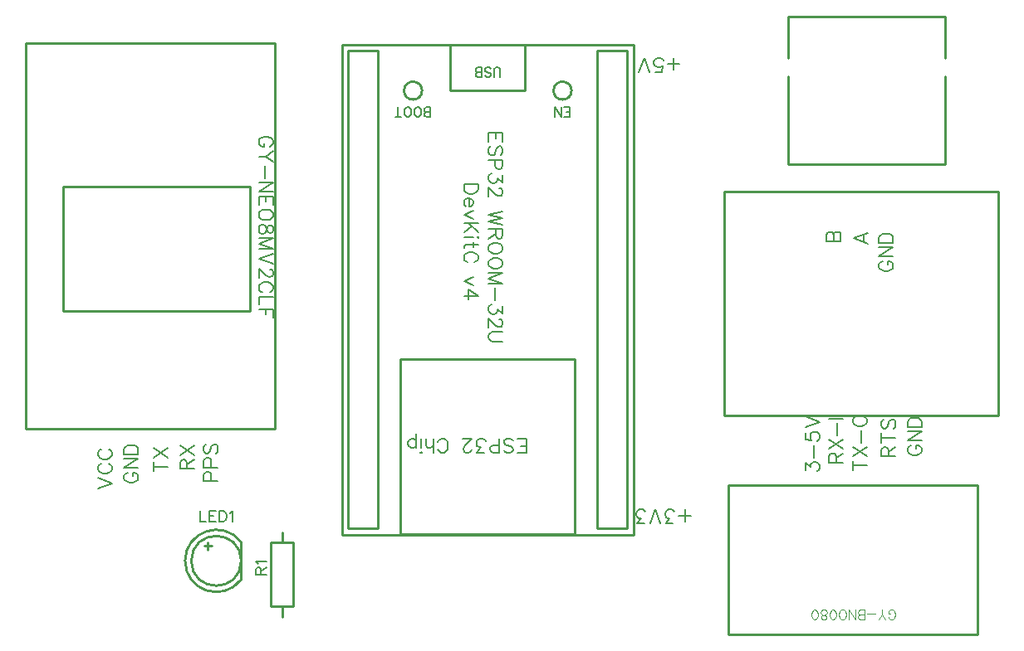
<source format=gto>
G04 Layer: TopSilkscreenLayer*
G04 EasyEDA v6.5.51, 2025-09-06 07:05:30*
G04 62973c2a91a8465ca14b7521446b148e,ed13e26d4d8d426092ec29dadd734ac4,10*
G04 Gerber Generator version 0.2*
G04 Scale: 100 percent, Rotated: No, Reflected: No *
G04 Dimensions in millimeters *
G04 leading zeros omitted , absolute positions ,4 integer and 5 decimal *
%FSLAX45Y45*%
%MOMM*%

%ADD10C,0.2030*%
%ADD11C,0.1524*%
%ADD12C,0.2032*%
%ADD13C,0.1000*%
%ADD14C,0.2540*%
%ADD15C,0.0167*%

%LPD*%
D10*
X12308331Y-1946910D02*
G01*
X12308331Y-1824228D01*
X12369800Y-1885695D02*
G01*
X12247118Y-1885695D01*
X12188443Y-1967484D02*
G01*
X12113513Y-1967484D01*
X12154408Y-1912873D01*
X12133834Y-1912873D01*
X12120372Y-1906015D01*
X12113513Y-1899157D01*
X12106656Y-1878837D01*
X12106656Y-1865121D01*
X12113513Y-1844802D01*
X12126975Y-1831086D01*
X12147550Y-1824228D01*
X12167870Y-1824228D01*
X12188443Y-1831086D01*
X12195302Y-1837944D01*
X12202159Y-1851660D01*
X12061697Y-1967484D02*
G01*
X12007088Y-1824228D01*
X11952477Y-1967484D02*
G01*
X12007088Y-1824228D01*
X11893804Y-1967484D02*
G01*
X11818874Y-1967484D01*
X11859768Y-1912873D01*
X11839447Y-1912873D01*
X11825731Y-1906015D01*
X11818874Y-1899157D01*
X11812015Y-1878837D01*
X11812015Y-1865121D01*
X11818874Y-1844802D01*
X11832590Y-1831086D01*
X11852909Y-1824228D01*
X11873484Y-1824228D01*
X11893804Y-1831086D01*
X11900661Y-1837944D01*
X11907520Y-1851660D01*
X12194031Y2663189D02*
G01*
X12194031Y2785871D01*
X12255500Y2724404D02*
G01*
X12132818Y2724404D01*
X12006072Y2642615D02*
G01*
X12074143Y2642615D01*
X12081002Y2704084D01*
X12074143Y2697226D01*
X12053570Y2690368D01*
X12033250Y2690368D01*
X12012675Y2697226D01*
X11999213Y2710942D01*
X11992356Y2731262D01*
X11992356Y2744978D01*
X11999213Y2765297D01*
X12012675Y2779013D01*
X12033250Y2785871D01*
X12053570Y2785871D01*
X12074143Y2779013D01*
X12081002Y2772155D01*
X12087859Y2758439D01*
X11947397Y2642615D02*
G01*
X11892788Y2785871D01*
X11838177Y2642615D02*
G01*
X11892788Y2785871D01*
D11*
X7366000Y-1840484D02*
G01*
X7366000Y-1949450D01*
X7366000Y-1949450D02*
G01*
X7428229Y-1949450D01*
X7462520Y-1840484D02*
G01*
X7462520Y-1949450D01*
X7462520Y-1840484D02*
G01*
X7530084Y-1840484D01*
X7462520Y-1892300D02*
G01*
X7504175Y-1892300D01*
X7462520Y-1949450D02*
G01*
X7530084Y-1949450D01*
X7564374Y-1840484D02*
G01*
X7564374Y-1949450D01*
X7564374Y-1840484D02*
G01*
X7600950Y-1840484D01*
X7616443Y-1845563D01*
X7626858Y-1855978D01*
X7631938Y-1866392D01*
X7637272Y-1882139D01*
X7637272Y-1908047D01*
X7631938Y-1923542D01*
X7626858Y-1933955D01*
X7616443Y-1944370D01*
X7600950Y-1949450D01*
X7564374Y-1949450D01*
X7671561Y-1861312D02*
G01*
X7681975Y-1855978D01*
X7697470Y-1840484D01*
X7697470Y-1949450D01*
X7936484Y-2489200D02*
G01*
X8045450Y-2489200D01*
X7936484Y-2489200D02*
G01*
X7936484Y-2442463D01*
X7941563Y-2426970D01*
X7946897Y-2421636D01*
X7957311Y-2416555D01*
X7967725Y-2416555D01*
X7978140Y-2421636D01*
X7983220Y-2426970D01*
X7988300Y-2442463D01*
X7988300Y-2489200D01*
X7988300Y-2452878D02*
G01*
X8045450Y-2416555D01*
X7957311Y-2382265D02*
G01*
X7951977Y-2371852D01*
X7936484Y-2356104D01*
X8045450Y-2356104D01*
D12*
X10451084Y2019300D02*
G01*
X10307827Y2019300D01*
X10451084Y2019300D02*
G01*
X10451084Y1930654D01*
X10382758Y2019300D02*
G01*
X10382758Y1964689D01*
X10307827Y2019300D02*
G01*
X10307827Y1930654D01*
X10430509Y1790192D02*
G01*
X10444225Y1803907D01*
X10451084Y1824228D01*
X10451084Y1851660D01*
X10444225Y1871979D01*
X10430509Y1885695D01*
X10417047Y1885695D01*
X10403331Y1878837D01*
X10396474Y1871979D01*
X10389615Y1858518D01*
X10376154Y1817370D01*
X10369295Y1803907D01*
X10362438Y1797050D01*
X10348722Y1790192D01*
X10328402Y1790192D01*
X10314686Y1803907D01*
X10307827Y1824228D01*
X10307827Y1851660D01*
X10314686Y1871979D01*
X10328402Y1885695D01*
X10451084Y1745234D02*
G01*
X10307827Y1745234D01*
X10451084Y1745234D02*
G01*
X10451084Y1683765D01*
X10444225Y1663445D01*
X10437368Y1656587D01*
X10423906Y1649729D01*
X10403331Y1649729D01*
X10389615Y1656587D01*
X10382758Y1663445D01*
X10376154Y1683765D01*
X10376154Y1745234D01*
X10451084Y1591055D02*
G01*
X10451084Y1516126D01*
X10396474Y1557020D01*
X10396474Y1536700D01*
X10389615Y1522984D01*
X10382758Y1516126D01*
X10362438Y1509268D01*
X10348722Y1509268D01*
X10328402Y1516126D01*
X10314686Y1529842D01*
X10307827Y1550162D01*
X10307827Y1570736D01*
X10314686Y1591055D01*
X10321543Y1597913D01*
X10335259Y1604771D01*
X10417047Y1457452D02*
G01*
X10423906Y1457452D01*
X10437368Y1450594D01*
X10444225Y1443736D01*
X10451084Y1430273D01*
X10451084Y1402842D01*
X10444225Y1389379D01*
X10437368Y1382521D01*
X10423906Y1375663D01*
X10410190Y1375663D01*
X10396474Y1382521D01*
X10376154Y1396237D01*
X10307827Y1464310D01*
X10307827Y1368805D01*
X10451084Y1218945D02*
G01*
X10307827Y1184655D01*
X10451084Y1150620D02*
G01*
X10307827Y1184655D01*
X10451084Y1150620D02*
G01*
X10307827Y1116584D01*
X10451084Y1082547D02*
G01*
X10307827Y1116584D01*
X10451084Y1037589D02*
G01*
X10307827Y1037589D01*
X10451084Y1037589D02*
G01*
X10451084Y976121D01*
X10444225Y955547D01*
X10437368Y948944D01*
X10423906Y942086D01*
X10410190Y942086D01*
X10396474Y948944D01*
X10389615Y955547D01*
X10382758Y976121D01*
X10382758Y1037589D01*
X10382758Y989837D02*
G01*
X10307827Y942086D01*
X10451084Y856234D02*
G01*
X10444225Y869695D01*
X10430509Y883412D01*
X10417047Y890270D01*
X10396474Y897128D01*
X10362438Y897128D01*
X10341863Y890270D01*
X10328402Y883412D01*
X10314686Y869695D01*
X10307827Y856234D01*
X10307827Y828802D01*
X10314686Y815086D01*
X10328402Y801623D01*
X10341863Y794765D01*
X10362438Y787907D01*
X10396474Y787907D01*
X10417047Y794765D01*
X10430509Y801623D01*
X10444225Y815086D01*
X10451084Y828802D01*
X10451084Y856234D01*
X10451084Y702055D02*
G01*
X10444225Y715771D01*
X10430509Y729234D01*
X10417047Y736092D01*
X10396474Y742950D01*
X10362438Y742950D01*
X10341863Y736092D01*
X10328402Y729234D01*
X10314686Y715771D01*
X10307827Y702055D01*
X10307827Y674878D01*
X10314686Y661162D01*
X10328402Y647445D01*
X10341863Y640587D01*
X10362438Y633729D01*
X10396474Y633729D01*
X10417047Y640587D01*
X10430509Y647445D01*
X10444225Y661162D01*
X10451084Y674878D01*
X10451084Y702055D01*
X10451084Y588771D02*
G01*
X10307827Y588771D01*
X10451084Y588771D02*
G01*
X10307827Y534415D01*
X10451084Y479805D02*
G01*
X10307827Y534415D01*
X10451084Y479805D02*
G01*
X10307827Y479805D01*
X10369295Y434847D02*
G01*
X10369295Y311912D01*
X10451084Y253492D02*
G01*
X10451084Y178307D01*
X10396474Y219202D01*
X10396474Y198881D01*
X10389615Y185165D01*
X10382758Y178307D01*
X10362438Y171450D01*
X10348722Y171450D01*
X10328402Y178307D01*
X10314686Y192023D01*
X10307827Y212597D01*
X10307827Y232918D01*
X10314686Y253492D01*
X10321543Y260095D01*
X10335259Y266954D01*
X10417047Y119634D02*
G01*
X10423906Y119634D01*
X10437368Y113029D01*
X10444225Y106171D01*
X10451084Y92455D01*
X10451084Y65278D01*
X10444225Y51562D01*
X10437368Y44704D01*
X10423906Y37845D01*
X10410190Y37845D01*
X10396474Y44704D01*
X10376154Y58420D01*
X10307827Y126492D01*
X10307827Y31242D01*
X10451084Y-13970D02*
G01*
X10348722Y-13970D01*
X10328402Y-20573D01*
X10314686Y-34289D01*
X10307827Y-54863D01*
X10307827Y-68326D01*
X10314686Y-88900D01*
X10328402Y-102615D01*
X10348722Y-109220D01*
X10451084Y-109220D01*
X10199370Y1494281D02*
G01*
X10056368Y1494281D01*
X10199370Y1494281D02*
G01*
X10199370Y1446529D01*
X10192765Y1426210D01*
X10179050Y1412494D01*
X10165334Y1405636D01*
X10145013Y1398778D01*
X10110724Y1398778D01*
X10090404Y1405636D01*
X10076688Y1412494D01*
X10063225Y1426210D01*
X10056368Y1446529D01*
X10056368Y1494281D01*
X10110724Y1353820D02*
G01*
X10110724Y1272031D01*
X10124440Y1272031D01*
X10138156Y1278889D01*
X10145013Y1285747D01*
X10151618Y1299210D01*
X10151618Y1319784D01*
X10145013Y1333500D01*
X10131297Y1346962D01*
X10110724Y1353820D01*
X10097261Y1353820D01*
X10076688Y1346962D01*
X10063225Y1333500D01*
X10056368Y1319784D01*
X10056368Y1299210D01*
X10063225Y1285747D01*
X10076688Y1272031D01*
X10151618Y1227073D02*
G01*
X10056368Y1186179D01*
X10151618Y1145286D02*
G01*
X10056368Y1186179D01*
X10199370Y1100328D02*
G01*
X10056368Y1100328D01*
X10199370Y1004823D02*
G01*
X10104120Y1100328D01*
X10138156Y1066037D02*
G01*
X10056368Y1004823D01*
X10199370Y959865D02*
G01*
X10192765Y953007D01*
X10199370Y946150D01*
X10206227Y953007D01*
X10199370Y959865D01*
X10151618Y953007D02*
G01*
X10056368Y953007D01*
X10199370Y880618D02*
G01*
X10083545Y880618D01*
X10063225Y873760D01*
X10056368Y860297D01*
X10056368Y846581D01*
X10151618Y901192D02*
G01*
X10151618Y853439D01*
X10165334Y699262D02*
G01*
X10179050Y706120D01*
X10192765Y719836D01*
X10199370Y733297D01*
X10199370Y760729D01*
X10192765Y774192D01*
X10179050Y787907D01*
X10165334Y794765D01*
X10145013Y801623D01*
X10110724Y801623D01*
X10090404Y794765D01*
X10076688Y787907D01*
X10063225Y774192D01*
X10056368Y760729D01*
X10056368Y733297D01*
X10063225Y719836D01*
X10076688Y706120D01*
X10090404Y699262D01*
X10151618Y549402D02*
G01*
X10056368Y508507D01*
X10151618Y467360D02*
G01*
X10056368Y508507D01*
X10199370Y354329D02*
G01*
X10104120Y422402D01*
X10104120Y320294D01*
X10199370Y354329D02*
G01*
X10056368Y354329D01*
X10426700Y2591562D02*
G01*
X10426700Y2659634D01*
X10422127Y2673350D01*
X10412984Y2682494D01*
X10399522Y2687065D01*
X10390377Y2687065D01*
X10376661Y2682494D01*
X10367518Y2673350D01*
X10362945Y2659634D01*
X10362945Y2591562D01*
X10269474Y2605023D02*
G01*
X10278618Y2596134D01*
X10292079Y2591562D01*
X10310368Y2591562D01*
X10324084Y2596134D01*
X10332974Y2605023D01*
X10332974Y2614168D01*
X10328402Y2623312D01*
X10324084Y2627884D01*
X10314940Y2632455D01*
X10287508Y2641600D01*
X10278618Y2645918D01*
X10274045Y2650489D01*
X10269474Y2659634D01*
X10269474Y2673350D01*
X10278618Y2682494D01*
X10292079Y2687065D01*
X10310368Y2687065D01*
X10324084Y2682494D01*
X10332974Y2673350D01*
X10239502Y2591562D02*
G01*
X10239502Y2687065D01*
X10239502Y2591562D02*
G01*
X10198608Y2591562D01*
X10184891Y2596134D01*
X10180320Y2600705D01*
X10175747Y2609595D01*
X10175747Y2618739D01*
X10180320Y2627884D01*
X10184891Y2632455D01*
X10198608Y2637028D01*
X10239502Y2637028D02*
G01*
X10198608Y2637028D01*
X10184891Y2641600D01*
X10180320Y2645918D01*
X10175747Y2655062D01*
X10175747Y2668778D01*
X10180320Y2677921D01*
X10184891Y2682494D01*
X10198608Y2687065D01*
X10239502Y2687065D01*
X10693400Y-1243584D02*
G01*
X10693400Y-1100328D01*
X10693400Y-1243584D02*
G01*
X10604754Y-1243584D01*
X10693400Y-1175257D02*
G01*
X10638790Y-1175257D01*
X10693400Y-1100328D02*
G01*
X10604754Y-1100328D01*
X10464291Y-1223010D02*
G01*
X10478008Y-1236726D01*
X10498327Y-1243584D01*
X10525759Y-1243584D01*
X10546079Y-1236726D01*
X10559795Y-1223010D01*
X10559795Y-1209547D01*
X10552938Y-1195831D01*
X10546079Y-1188973D01*
X10532618Y-1182115D01*
X10491470Y-1168654D01*
X10478008Y-1161795D01*
X10471150Y-1154937D01*
X10464291Y-1141221D01*
X10464291Y-1120902D01*
X10478008Y-1107186D01*
X10498327Y-1100328D01*
X10525759Y-1100328D01*
X10546079Y-1107186D01*
X10559795Y-1120902D01*
X10419334Y-1243584D02*
G01*
X10419334Y-1100328D01*
X10419334Y-1243584D02*
G01*
X10357865Y-1243584D01*
X10337545Y-1236726D01*
X10330688Y-1229868D01*
X10323829Y-1216405D01*
X10323829Y-1195831D01*
X10330688Y-1182115D01*
X10337545Y-1175257D01*
X10357865Y-1168654D01*
X10419334Y-1168654D01*
X10265156Y-1243584D02*
G01*
X10190225Y-1243584D01*
X10231120Y-1188973D01*
X10210800Y-1188973D01*
X10197084Y-1182115D01*
X10190225Y-1175257D01*
X10183368Y-1154937D01*
X10183368Y-1141221D01*
X10190225Y-1120902D01*
X10203941Y-1107186D01*
X10224261Y-1100328D01*
X10244836Y-1100328D01*
X10265156Y-1107186D01*
X10272013Y-1114044D01*
X10278872Y-1127760D01*
X10131552Y-1209547D02*
G01*
X10131552Y-1216405D01*
X10124693Y-1229868D01*
X10117836Y-1236726D01*
X10104374Y-1243584D01*
X10076941Y-1243584D01*
X10063479Y-1236726D01*
X10056622Y-1229868D01*
X10049763Y-1216405D01*
X10049763Y-1202689D01*
X10056622Y-1188973D01*
X10070338Y-1168654D01*
X10138409Y-1100328D01*
X10042906Y-1100328D01*
X9790684Y-1209547D02*
G01*
X9797541Y-1223010D01*
X9811004Y-1236726D01*
X9824720Y-1243584D01*
X9852152Y-1243584D01*
X9865613Y-1236726D01*
X9879329Y-1223010D01*
X9886188Y-1209547D01*
X9893045Y-1188973D01*
X9893045Y-1154937D01*
X9886188Y-1134363D01*
X9879329Y-1120902D01*
X9865613Y-1107186D01*
X9852152Y-1100328D01*
X9824720Y-1100328D01*
X9811004Y-1107186D01*
X9797541Y-1120902D01*
X9790684Y-1134363D01*
X9745725Y-1243584D02*
G01*
X9745725Y-1100328D01*
X9745725Y-1168654D02*
G01*
X9725152Y-1188973D01*
X9711690Y-1195831D01*
X9691115Y-1195831D01*
X9677400Y-1188973D01*
X9670795Y-1168654D01*
X9670795Y-1100328D01*
X9625584Y-1243584D02*
G01*
X9618979Y-1236726D01*
X9612122Y-1243584D01*
X9618979Y-1250442D01*
X9625584Y-1243584D01*
X9618979Y-1195831D02*
G01*
X9618979Y-1100328D01*
X9567163Y-1195831D02*
G01*
X9567163Y-1052576D01*
X9567163Y-1175257D02*
G01*
X9553447Y-1188973D01*
X9539731Y-1195831D01*
X9519411Y-1195831D01*
X9505695Y-1188973D01*
X9491979Y-1175257D01*
X9485122Y-1154937D01*
X9485122Y-1141221D01*
X9491979Y-1120902D01*
X9505695Y-1107186D01*
X9519411Y-1100328D01*
X9539731Y-1100328D01*
X9553447Y-1107186D01*
X9567163Y-1120902D01*
X11137900Y2185162D02*
G01*
X11137900Y2280665D01*
X11137900Y2185162D02*
G01*
X11078718Y2185162D01*
X11137900Y2230628D02*
G01*
X11101577Y2230628D01*
X11137900Y2280665D02*
G01*
X11078718Y2280665D01*
X11048745Y2185162D02*
G01*
X11048745Y2280665D01*
X11048745Y2185162D02*
G01*
X10985245Y2280665D01*
X10985245Y2185162D02*
G01*
X10985245Y2280665D01*
X9715500Y2185162D02*
G01*
X9715500Y2280665D01*
X9715500Y2185162D02*
G01*
X9674606Y2185162D01*
X9660890Y2189734D01*
X9656318Y2194305D01*
X9651745Y2203195D01*
X9651745Y2212339D01*
X9656318Y2221484D01*
X9660890Y2226055D01*
X9674606Y2230628D01*
X9715500Y2230628D02*
G01*
X9674606Y2230628D01*
X9660890Y2235200D01*
X9656318Y2239518D01*
X9651745Y2248662D01*
X9651745Y2262378D01*
X9656318Y2271521D01*
X9660890Y2276094D01*
X9674606Y2280665D01*
X9715500Y2280665D01*
X9594595Y2185162D02*
G01*
X9603740Y2189734D01*
X9612884Y2198623D01*
X9617202Y2207768D01*
X9621774Y2221484D01*
X9621774Y2244089D01*
X9617202Y2257805D01*
X9612884Y2266950D01*
X9603740Y2276094D01*
X9594595Y2280665D01*
X9576308Y2280665D01*
X9567418Y2276094D01*
X9558274Y2266950D01*
X9553702Y2257805D01*
X9549129Y2244089D01*
X9549129Y2221484D01*
X9553702Y2207768D01*
X9558274Y2198623D01*
X9567418Y2189734D01*
X9576308Y2185162D01*
X9594595Y2185162D01*
X9491979Y2185162D02*
G01*
X9500870Y2189734D01*
X9510013Y2198623D01*
X9514586Y2207768D01*
X9519158Y2221484D01*
X9519158Y2244089D01*
X9514586Y2257805D01*
X9510013Y2266950D01*
X9500870Y2276094D01*
X9491979Y2280665D01*
X9473691Y2280665D01*
X9464547Y2276094D01*
X9455404Y2266950D01*
X9450831Y2257805D01*
X9446513Y2244089D01*
X9446513Y2221484D01*
X9450831Y2207768D01*
X9455404Y2198623D01*
X9464547Y2189734D01*
X9473691Y2185162D01*
X9491979Y2185162D01*
X9384538Y2185162D02*
G01*
X9384538Y2280665D01*
X9416288Y2185162D02*
G01*
X9352788Y2185162D01*
X6626352Y-1447037D02*
G01*
X6612890Y-1453895D01*
X6599174Y-1467612D01*
X6592315Y-1481328D01*
X6592315Y-1508505D01*
X6599174Y-1522221D01*
X6612890Y-1535684D01*
X6626352Y-1542542D01*
X6646925Y-1549400D01*
X6680961Y-1549400D01*
X6701536Y-1542542D01*
X6714997Y-1535684D01*
X6728713Y-1522221D01*
X6735572Y-1508505D01*
X6735572Y-1481328D01*
X6728713Y-1467612D01*
X6714997Y-1453895D01*
X6701536Y-1447037D01*
X6680961Y-1447037D01*
X6680961Y-1481328D02*
G01*
X6680961Y-1447037D01*
X6592315Y-1402079D02*
G01*
X6735572Y-1402079D01*
X6592315Y-1402079D02*
G01*
X6735572Y-1306576D01*
X6592315Y-1306576D02*
G01*
X6735572Y-1306576D01*
X6592315Y-1261618D02*
G01*
X6735572Y-1261618D01*
X6592315Y-1261618D02*
G01*
X6592315Y-1213865D01*
X6599174Y-1193545D01*
X6612890Y-1179829D01*
X6626352Y-1172971D01*
X6646925Y-1166113D01*
X6680961Y-1166113D01*
X6701536Y-1172971D01*
X6714997Y-1179829D01*
X6728713Y-1193545D01*
X6735572Y-1213865D01*
X6735572Y-1261618D01*
X8074406Y1878837D02*
G01*
X8087868Y1885695D01*
X8101584Y1899412D01*
X8108441Y1913128D01*
X8108441Y1940305D01*
X8101584Y1954021D01*
X8087868Y1967484D01*
X8074406Y1974342D01*
X8053831Y1981200D01*
X8019795Y1981200D01*
X7999222Y1974342D01*
X7985759Y1967484D01*
X7972043Y1954021D01*
X7965186Y1940305D01*
X7965186Y1913128D01*
X7972043Y1899412D01*
X7985759Y1885695D01*
X7999222Y1878837D01*
X8019795Y1878837D01*
X8019795Y1913128D02*
G01*
X8019795Y1878837D01*
X8108441Y1833879D02*
G01*
X8040115Y1779270D01*
X7965186Y1779270D01*
X8108441Y1724913D02*
G01*
X8040115Y1779270D01*
X8026654Y1679955D02*
G01*
X8026654Y1557020D01*
X8108441Y1512062D02*
G01*
X7965186Y1512062D01*
X8108441Y1512062D02*
G01*
X7965186Y1416557D01*
X8108441Y1416557D02*
G01*
X7965186Y1416557D01*
X8108441Y1371600D02*
G01*
X7965186Y1371600D01*
X8108441Y1371600D02*
G01*
X8108441Y1282954D01*
X8040115Y1371600D02*
G01*
X8040115Y1316989D01*
X7965186Y1371600D02*
G01*
X7965186Y1282954D01*
X8108441Y1197102D02*
G01*
X8101584Y1210818D01*
X8087868Y1224279D01*
X8074406Y1231137D01*
X8053831Y1237995D01*
X8019795Y1237995D01*
X7999222Y1231137D01*
X7985759Y1224279D01*
X7972043Y1210818D01*
X7965186Y1197102D01*
X7965186Y1169923D01*
X7972043Y1156207D01*
X7985759Y1142492D01*
X7999222Y1135634D01*
X8019795Y1129029D01*
X8053831Y1129029D01*
X8074406Y1135634D01*
X8087868Y1142492D01*
X8101584Y1156207D01*
X8108441Y1169923D01*
X8108441Y1197102D01*
X8108441Y1049781D02*
G01*
X8101584Y1070355D01*
X8087868Y1077213D01*
X8074406Y1077213D01*
X8060690Y1070355D01*
X8053831Y1056639D01*
X8046974Y1029462D01*
X8040115Y1008887D01*
X8026654Y995171D01*
X8012938Y988568D01*
X7992618Y988568D01*
X7978902Y995171D01*
X7972043Y1002029D01*
X7965186Y1022604D01*
X7965186Y1049781D01*
X7972043Y1070355D01*
X7978902Y1077213D01*
X7992618Y1083818D01*
X8012938Y1083818D01*
X8026654Y1077213D01*
X8040115Y1063497D01*
X8046974Y1042923D01*
X8053831Y1015745D01*
X8060690Y1002029D01*
X8074406Y995171D01*
X8087868Y995171D01*
X8101584Y1002029D01*
X8108441Y1022604D01*
X8108441Y1049781D01*
X8108441Y943355D02*
G01*
X7965186Y943355D01*
X8108441Y943355D02*
G01*
X7965186Y889000D01*
X8108441Y834389D02*
G01*
X7965186Y889000D01*
X8108441Y834389D02*
G01*
X7965186Y834389D01*
X8108441Y789431D02*
G01*
X7965186Y734821D01*
X8108441Y680212D02*
G01*
X7965186Y734821D01*
X8074406Y628395D02*
G01*
X8081263Y628395D01*
X8094725Y621537D01*
X8101584Y614934D01*
X8108441Y601218D01*
X8108441Y574039D01*
X8101584Y560323D01*
X8094725Y553465D01*
X8081263Y546607D01*
X8067547Y546607D01*
X8053831Y553465D01*
X8033511Y567181D01*
X7965186Y635254D01*
X7965186Y539750D01*
X8074406Y392684D02*
G01*
X8087868Y399287D01*
X8101584Y413004D01*
X8108441Y426720D01*
X8108441Y453897D01*
X8101584Y467613D01*
X8087868Y481076D01*
X8074406Y487934D01*
X8053831Y494792D01*
X8019795Y494792D01*
X7999222Y487934D01*
X7985759Y481076D01*
X7972043Y467613D01*
X7965186Y453897D01*
X7965186Y426720D01*
X7972043Y413004D01*
X7985759Y399287D01*
X7999222Y392684D01*
X8108441Y347471D02*
G01*
X7965186Y347471D01*
X7965186Y347471D02*
G01*
X7965186Y265684D01*
X8108441Y220726D02*
G01*
X7965186Y220726D01*
X8108441Y220726D02*
G01*
X8108441Y132079D01*
X8040115Y220726D02*
G01*
X8040115Y166115D01*
X6897115Y-1387347D02*
G01*
X7040372Y-1387347D01*
X6897115Y-1435100D02*
G01*
X6897115Y-1339595D01*
X6897115Y-1294637D02*
G01*
X7040372Y-1199134D01*
X6897115Y-1199134D02*
G01*
X7040372Y-1294637D01*
X7163815Y-1409700D02*
G01*
X7307072Y-1409700D01*
X7163815Y-1409700D02*
G01*
X7163815Y-1348231D01*
X7170674Y-1327912D01*
X7177531Y-1321054D01*
X7190993Y-1314195D01*
X7204709Y-1314195D01*
X7218425Y-1321054D01*
X7225284Y-1327912D01*
X7232141Y-1348231D01*
X7232141Y-1409700D01*
X7232141Y-1361947D02*
G01*
X7307072Y-1314195D01*
X7163815Y-1269237D02*
G01*
X7307072Y-1173734D01*
X7163815Y-1173734D02*
G01*
X7307072Y-1269237D01*
X6325615Y-1612900D02*
G01*
X6468872Y-1558289D01*
X6325615Y-1503934D02*
G01*
X6468872Y-1558289D01*
X6359652Y-1356613D02*
G01*
X6346190Y-1363471D01*
X6332474Y-1376934D01*
X6325615Y-1390650D01*
X6325615Y-1417828D01*
X6332474Y-1431544D01*
X6346190Y-1445260D01*
X6359652Y-1452118D01*
X6380225Y-1458721D01*
X6414261Y-1458721D01*
X6434836Y-1452118D01*
X6448297Y-1445260D01*
X6462013Y-1431544D01*
X6468872Y-1417828D01*
X6468872Y-1390650D01*
X6462013Y-1376934D01*
X6448297Y-1363471D01*
X6434836Y-1356613D01*
X6359652Y-1209294D02*
G01*
X6346190Y-1216152D01*
X6332474Y-1229613D01*
X6325615Y-1243329D01*
X6325615Y-1270507D01*
X6332474Y-1284223D01*
X6346190Y-1297939D01*
X6359652Y-1304797D01*
X6380225Y-1311655D01*
X6414261Y-1311655D01*
X6434836Y-1304797D01*
X6448297Y-1297939D01*
X6462013Y-1284223D01*
X6468872Y-1270507D01*
X6468872Y-1243329D01*
X6462013Y-1229613D01*
X6448297Y-1216152D01*
X6434836Y-1209294D01*
X7405115Y-1536700D02*
G01*
X7548372Y-1536700D01*
X7405115Y-1536700D02*
G01*
X7405115Y-1475231D01*
X7411974Y-1454912D01*
X7418831Y-1448054D01*
X7432293Y-1441195D01*
X7452868Y-1441195D01*
X7466584Y-1448054D01*
X7473441Y-1454912D01*
X7480045Y-1475231D01*
X7480045Y-1536700D01*
X7405115Y-1396237D02*
G01*
X7548372Y-1396237D01*
X7405115Y-1396237D02*
G01*
X7405115Y-1334770D01*
X7411974Y-1314450D01*
X7418831Y-1307592D01*
X7432293Y-1300734D01*
X7452868Y-1300734D01*
X7466584Y-1307592D01*
X7473441Y-1314450D01*
X7480045Y-1334770D01*
X7480045Y-1396237D01*
X7425690Y-1160271D02*
G01*
X7411974Y-1173987D01*
X7405115Y-1194307D01*
X7405115Y-1221739D01*
X7411974Y-1242060D01*
X7425690Y-1255776D01*
X7439152Y-1255776D01*
X7452868Y-1248918D01*
X7459725Y-1242060D01*
X7466584Y-1228597D01*
X7480045Y-1187704D01*
X7486904Y-1173987D01*
X7493761Y-1167129D01*
X7507477Y-1160271D01*
X7527797Y-1160271D01*
X7541513Y-1173987D01*
X7548372Y-1194307D01*
X7548372Y-1221739D01*
X7541513Y-1242060D01*
X7527797Y-1255776D01*
D10*
X13539216Y-1421384D02*
G01*
X13539216Y-1346454D01*
X13593825Y-1387347D01*
X13593825Y-1367028D01*
X13600684Y-1353312D01*
X13607541Y-1346454D01*
X13627861Y-1339595D01*
X13641577Y-1339595D01*
X13661897Y-1346454D01*
X13675613Y-1360170D01*
X13682472Y-1380489D01*
X13682472Y-1401063D01*
X13675613Y-1421384D01*
X13668756Y-1428242D01*
X13655040Y-1435100D01*
X13621004Y-1294637D02*
G01*
X13621004Y-1171955D01*
X13539216Y-1045210D02*
G01*
X13539216Y-1113281D01*
X13600684Y-1120139D01*
X13593825Y-1113281D01*
X13586968Y-1092707D01*
X13586968Y-1072387D01*
X13593825Y-1051813D01*
X13607541Y-1038352D01*
X13627861Y-1031494D01*
X13641577Y-1031494D01*
X13661897Y-1038352D01*
X13675613Y-1051813D01*
X13682472Y-1072387D01*
X13682472Y-1092707D01*
X13675613Y-1113281D01*
X13668756Y-1120139D01*
X13655040Y-1126997D01*
X13539216Y-986536D02*
G01*
X13682472Y-931926D01*
X13539216Y-877315D02*
G01*
X13682472Y-931926D01*
X13780516Y-1346200D02*
G01*
X13923772Y-1346200D01*
X13780516Y-1346200D02*
G01*
X13780516Y-1284731D01*
X13787374Y-1264412D01*
X13794231Y-1257554D01*
X13807693Y-1250695D01*
X13821409Y-1250695D01*
X13835125Y-1257554D01*
X13841984Y-1264412D01*
X13848841Y-1284731D01*
X13848841Y-1346200D01*
X13848841Y-1298447D02*
G01*
X13923772Y-1250695D01*
X13780516Y-1205737D02*
G01*
X13923772Y-1110234D01*
X13780516Y-1110234D02*
G01*
X13923772Y-1205737D01*
X13862304Y-1065276D02*
G01*
X13862304Y-942594D01*
X13780516Y-897636D02*
G01*
X13923772Y-897636D01*
X14021816Y-1374647D02*
G01*
X14165072Y-1374647D01*
X14021816Y-1422400D02*
G01*
X14021816Y-1326895D01*
X14021816Y-1281937D02*
G01*
X14165072Y-1186434D01*
X14021816Y-1186434D02*
G01*
X14165072Y-1281937D01*
X14103604Y-1141476D02*
G01*
X14103604Y-1018794D01*
X14021816Y-932942D02*
G01*
X14028674Y-946404D01*
X14042390Y-960120D01*
X14055852Y-966978D01*
X14076425Y-973836D01*
X14110461Y-973836D01*
X14131036Y-966978D01*
X14144497Y-960120D01*
X14158213Y-946404D01*
X14165072Y-932942D01*
X14165072Y-905510D01*
X14158213Y-892047D01*
X14144497Y-878331D01*
X14131036Y-871473D01*
X14110461Y-864615D01*
X14076425Y-864615D01*
X14055852Y-871473D01*
X14042390Y-878331D01*
X14028674Y-892047D01*
X14021816Y-905510D01*
X14021816Y-932942D01*
X14313916Y-1282700D02*
G01*
X14457172Y-1282700D01*
X14313916Y-1282700D02*
G01*
X14313916Y-1221231D01*
X14320774Y-1200912D01*
X14327631Y-1194054D01*
X14341093Y-1187195D01*
X14354809Y-1187195D01*
X14368525Y-1194054D01*
X14375384Y-1200912D01*
X14382241Y-1221231D01*
X14382241Y-1282700D01*
X14382241Y-1234947D02*
G01*
X14457172Y-1187195D01*
X14313916Y-1094486D02*
G01*
X14457172Y-1094486D01*
X14313916Y-1142237D02*
G01*
X14313916Y-1046734D01*
X14334490Y-906271D02*
G01*
X14320774Y-919987D01*
X14313916Y-940307D01*
X14313916Y-967739D01*
X14320774Y-988060D01*
X14334490Y-1001776D01*
X14347952Y-1001776D01*
X14361668Y-994918D01*
X14368525Y-988060D01*
X14375384Y-974597D01*
X14388845Y-933704D01*
X14395704Y-919987D01*
X14402561Y-913129D01*
X14416277Y-906271D01*
X14436597Y-906271D01*
X14450313Y-919987D01*
X14457172Y-940307D01*
X14457172Y-967739D01*
X14450313Y-988060D01*
X14436597Y-1001776D01*
X14614652Y-1167637D02*
G01*
X14601190Y-1174495D01*
X14587474Y-1188212D01*
X14580616Y-1201928D01*
X14580616Y-1229105D01*
X14587474Y-1242821D01*
X14601190Y-1256284D01*
X14614652Y-1263142D01*
X14635225Y-1270000D01*
X14669261Y-1270000D01*
X14689836Y-1263142D01*
X14703297Y-1256284D01*
X14717013Y-1242821D01*
X14723872Y-1229105D01*
X14723872Y-1201928D01*
X14717013Y-1188212D01*
X14703297Y-1174495D01*
X14689836Y-1167637D01*
X14669261Y-1167637D01*
X14669261Y-1201928D02*
G01*
X14669261Y-1167637D01*
X14580616Y-1122679D02*
G01*
X14723872Y-1122679D01*
X14580616Y-1122679D02*
G01*
X14723872Y-1027176D01*
X14580616Y-1027176D02*
G01*
X14723872Y-1027176D01*
X14580616Y-982218D02*
G01*
X14723872Y-982218D01*
X14580616Y-982218D02*
G01*
X14580616Y-934465D01*
X14587474Y-914145D01*
X14601190Y-900429D01*
X14614652Y-893571D01*
X14635225Y-886713D01*
X14669261Y-886713D01*
X14689836Y-893571D01*
X14703297Y-900429D01*
X14717013Y-914145D01*
X14723872Y-934465D01*
X14723872Y-982218D01*
X13755116Y914400D02*
G01*
X13898372Y914400D01*
X13755116Y914400D02*
G01*
X13755116Y975868D01*
X13761974Y996187D01*
X13768831Y1003045D01*
X13782293Y1009904D01*
X13796009Y1009904D01*
X13809725Y1003045D01*
X13816584Y996187D01*
X13823441Y975868D01*
X13823441Y914400D02*
G01*
X13823441Y975868D01*
X13830045Y996187D01*
X13836904Y1003045D01*
X13850620Y1009904D01*
X13870940Y1009904D01*
X13884656Y1003045D01*
X13891513Y996187D01*
X13898372Y975868D01*
X13898372Y914400D01*
X14034516Y943610D02*
G01*
X14177772Y889000D01*
X14034516Y943610D02*
G01*
X14177772Y997965D01*
X14130020Y909573D02*
G01*
X14130020Y977645D01*
X14322552Y711962D02*
G01*
X14309090Y705104D01*
X14295374Y691387D01*
X14288516Y677671D01*
X14288516Y650494D01*
X14295374Y636778D01*
X14309090Y623315D01*
X14322552Y616457D01*
X14343125Y609600D01*
X14377161Y609600D01*
X14397736Y616457D01*
X14411197Y623315D01*
X14424913Y636778D01*
X14431772Y650494D01*
X14431772Y677671D01*
X14424913Y691387D01*
X14411197Y705104D01*
X14397736Y711962D01*
X14377161Y711962D01*
X14377161Y677671D02*
G01*
X14377161Y711962D01*
X14288516Y756920D02*
G01*
X14431772Y756920D01*
X14288516Y756920D02*
G01*
X14431772Y852423D01*
X14288516Y852423D02*
G01*
X14431772Y852423D01*
X14288516Y897381D02*
G01*
X14431772Y897381D01*
X14288516Y897381D02*
G01*
X14288516Y945134D01*
X14295374Y965454D01*
X14309090Y979170D01*
X14322552Y986028D01*
X14343125Y992886D01*
X14377161Y992886D01*
X14397736Y986028D01*
X14411197Y979170D01*
X14424913Y965454D01*
X14431772Y945134D01*
X14431772Y897381D01*
D13*
X14384527Y-2923031D02*
G01*
X14388845Y-2932176D01*
X14397990Y-2941065D01*
X14407134Y-2945637D01*
X14425422Y-2945637D01*
X14434311Y-2941065D01*
X14443456Y-2932176D01*
X14448027Y-2923031D01*
X14452600Y-2909315D01*
X14452600Y-2886710D01*
X14448027Y-2872994D01*
X14443456Y-2863850D01*
X14434311Y-2854705D01*
X14425422Y-2850134D01*
X14407134Y-2850134D01*
X14397990Y-2854705D01*
X14388845Y-2863850D01*
X14384527Y-2872994D01*
X14384527Y-2886710D01*
X14407134Y-2886710D02*
G01*
X14384527Y-2886710D01*
X14354302Y-2945637D02*
G01*
X14317979Y-2900171D01*
X14317979Y-2850134D01*
X14281658Y-2945637D02*
G01*
X14317979Y-2900171D01*
X14251686Y-2891281D02*
G01*
X14169897Y-2891281D01*
X14139925Y-2945637D02*
G01*
X14139925Y-2850134D01*
X14139925Y-2945637D02*
G01*
X14099031Y-2945637D01*
X14085316Y-2941065D01*
X14080743Y-2936494D01*
X14076172Y-2927604D01*
X14076172Y-2918460D01*
X14080743Y-2909315D01*
X14085316Y-2904744D01*
X14099031Y-2900171D01*
X14139925Y-2900171D02*
G01*
X14099031Y-2900171D01*
X14085316Y-2895600D01*
X14080743Y-2891281D01*
X14076172Y-2882137D01*
X14076172Y-2868421D01*
X14080743Y-2859278D01*
X14085316Y-2854705D01*
X14099031Y-2850134D01*
X14139925Y-2850134D01*
X14046200Y-2945637D02*
G01*
X14046200Y-2850134D01*
X14046200Y-2945637D02*
G01*
X13982700Y-2850134D01*
X13982700Y-2945637D02*
G01*
X13982700Y-2850134D01*
X13925295Y-2945637D02*
G01*
X13934440Y-2941065D01*
X13943584Y-2932176D01*
X13948156Y-2923031D01*
X13952474Y-2909315D01*
X13952474Y-2886710D01*
X13948156Y-2872994D01*
X13943584Y-2863850D01*
X13934440Y-2854705D01*
X13925295Y-2850134D01*
X13907261Y-2850134D01*
X13898118Y-2854705D01*
X13888974Y-2863850D01*
X13884402Y-2872994D01*
X13879829Y-2886710D01*
X13879829Y-2909315D01*
X13884402Y-2923031D01*
X13888974Y-2932176D01*
X13898118Y-2941065D01*
X13907261Y-2945637D01*
X13925295Y-2945637D01*
X13822679Y-2945637D02*
G01*
X13836141Y-2941065D01*
X13845286Y-2927604D01*
X13849858Y-2904744D01*
X13849858Y-2891281D01*
X13845286Y-2868421D01*
X13836141Y-2854705D01*
X13822679Y-2850134D01*
X13813536Y-2850134D01*
X13799820Y-2854705D01*
X13790675Y-2868421D01*
X13786358Y-2891281D01*
X13786358Y-2904744D01*
X13790675Y-2927604D01*
X13799820Y-2941065D01*
X13813536Y-2945637D01*
X13822679Y-2945637D01*
X13733525Y-2945637D02*
G01*
X13747241Y-2941065D01*
X13751813Y-2932176D01*
X13751813Y-2923031D01*
X13747241Y-2913887D01*
X13738097Y-2909315D01*
X13719809Y-2904744D01*
X13706347Y-2900171D01*
X13697204Y-2891281D01*
X13692631Y-2882137D01*
X13692631Y-2868421D01*
X13697204Y-2859278D01*
X13701775Y-2854705D01*
X13715238Y-2850134D01*
X13733525Y-2850134D01*
X13747241Y-2854705D01*
X13751813Y-2859278D01*
X13756131Y-2868421D01*
X13756131Y-2882137D01*
X13751813Y-2891281D01*
X13742670Y-2900171D01*
X13728954Y-2904744D01*
X13710666Y-2909315D01*
X13701775Y-2913887D01*
X13697204Y-2923031D01*
X13697204Y-2932176D01*
X13701775Y-2941065D01*
X13715238Y-2945637D01*
X13733525Y-2945637D01*
X13635227Y-2945637D02*
G01*
X13648943Y-2941065D01*
X13658088Y-2927604D01*
X13662659Y-2904744D01*
X13662659Y-2891281D01*
X13658088Y-2868421D01*
X13648943Y-2854705D01*
X13635227Y-2850134D01*
X13626338Y-2850134D01*
X13612622Y-2854705D01*
X13603477Y-2868421D01*
X13598906Y-2891281D01*
X13598906Y-2904744D01*
X13603477Y-2927604D01*
X13612622Y-2941065D01*
X13626338Y-2945637D01*
X13635227Y-2945637D01*
D14*
X7785100Y-2540000D02*
G01*
X7785100Y-2159000D01*
X7409179Y-2197100D02*
G01*
X7485379Y-2197100D01*
X7447279Y-2235200D02*
G01*
X7447279Y-2159000D01*
X8204200Y-2921078D02*
G01*
X8204200Y-2814200D01*
X8204603Y-2164199D02*
G01*
X8204603Y-2057321D01*
X8319201Y-2814200D02*
G01*
X8089198Y-2814200D01*
X8089198Y-2814200D02*
G01*
X8089198Y-2164199D01*
X8092201Y-2164199D02*
G01*
X8316198Y-2164199D01*
X8319201Y-2164199D02*
G01*
X8319201Y-2814200D01*
X13360499Y2785028D02*
G01*
X13360499Y3209500D01*
X14960500Y3209500D01*
X14960500Y2599974D02*
G01*
X14960500Y1699498D01*
X13360499Y1699498D01*
X13360499Y2599974D01*
X14960500Y3209500D02*
G01*
X14960500Y2785028D01*
X11785600Y-2082800D02*
G01*
X8813800Y-2082800D01*
X8813800Y2921000D01*
X11785600Y2921000D01*
X11785600Y-2082800D01*
X10680700Y2451100D02*
G01*
X9918700Y2451100D01*
X9918700Y2921000D01*
X10680700Y2921000D01*
X10680700Y2451100D01*
X11188700Y-2076450D02*
G01*
X9410700Y-2076450D01*
X9410700Y-292100D01*
X11188700Y-292100D01*
X11188700Y-2076450D01*
X11722100Y-2019300D02*
G01*
X11417300Y-2019300D01*
X11417300Y2857500D01*
X11722100Y2857500D01*
X11722100Y-2019300D01*
X9182100Y-2019300D02*
G01*
X8877300Y-2019300D01*
X8877300Y2857500D01*
X9182100Y2857500D01*
X9182100Y-2019300D01*
X5588000Y2933700D02*
G01*
X8128000Y2933700D01*
X8128000Y-1003300D01*
X5588000Y-1003300D01*
X5588000Y2933700D01*
X5969000Y1473200D02*
G01*
X7874000Y1473200D01*
X7874000Y203200D01*
X5969000Y203200D01*
X5969000Y1473200D01*
X12712700Y-863600D02*
G01*
X12712700Y1422400D01*
X15506700Y1422400D01*
X15506700Y-863600D01*
X12712700Y-863600D01*
X15290800Y-3098800D02*
G01*
X15290800Y-1574800D01*
X12750800Y-3098800D02*
G01*
X12750800Y-1574800D01*
X15290800Y-3098800D02*
G01*
X12750800Y-3098800D01*
X15290800Y-1574800D02*
G01*
X12750800Y-1574800D01*
G75*
G01*
X7785100Y-2540000D02*
G02*
X7785100Y-2159000I-254000J190500D01*
G75*
G01
X7785100Y-2349500D02*
G03X7785100Y-2349500I-254000J0D01*
G75*
G01
X9629292Y2451100D02*
G03X9629292Y2451100I-91592J0D01*
G75*
G01
X11153292Y2451100D02*
G03X11153292Y2451100I-91592J0D01*
M02*

</source>
